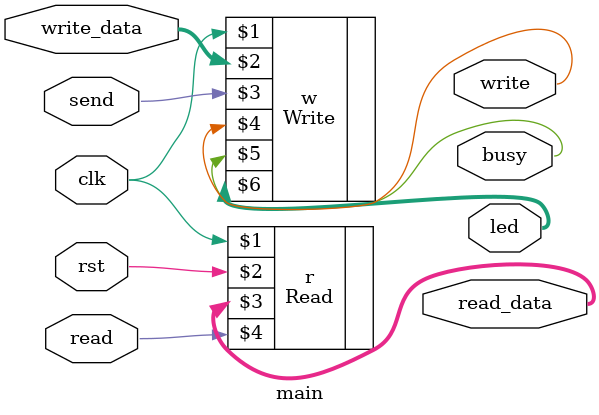
<source format=v>
`timescale 1ns / 1ps
module main(
    clk,
    rst,
    read_data,
    write_data,
    send,
    write,
    read,
    busy,
    led
    );

input clk,send,read,rst;
input [7:0] write_data;
output write,busy;
output [7:0] led;
output [7:0] read_data;

Write w(clk,write_data,send,write,busy,led);
Read r(clk,rst,read_data,read);

endmodule

</source>
